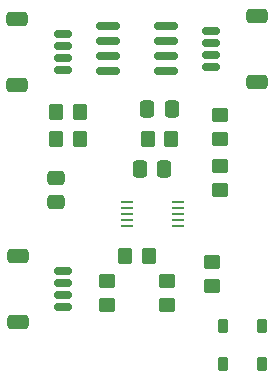
<source format=gbr>
%TF.GenerationSoftware,KiCad,Pcbnew,9.0.3*%
%TF.CreationDate,2026-01-02T19:57:45-06:00*%
%TF.ProjectId,IsolatedADSandVoltmeterPCB,49736f6c-6174-4656-9441-4453616e6456,rev?*%
%TF.SameCoordinates,Original*%
%TF.FileFunction,Paste,Top*%
%TF.FilePolarity,Positive*%
%FSLAX46Y46*%
G04 Gerber Fmt 4.6, Leading zero omitted, Abs format (unit mm)*
G04 Created by KiCad (PCBNEW 9.0.3) date 2026-01-02 19:57:45*
%MOMM*%
%LPD*%
G01*
G04 APERTURE LIST*
G04 Aperture macros list*
%AMRoundRect*
0 Rectangle with rounded corners*
0 $1 Rounding radius*
0 $2 $3 $4 $5 $6 $7 $8 $9 X,Y pos of 4 corners*
0 Add a 4 corners polygon primitive as box body*
4,1,4,$2,$3,$4,$5,$6,$7,$8,$9,$2,$3,0*
0 Add four circle primitives for the rounded corners*
1,1,$1+$1,$2,$3*
1,1,$1+$1,$4,$5*
1,1,$1+$1,$6,$7*
1,1,$1+$1,$8,$9*
0 Add four rect primitives between the rounded corners*
20,1,$1+$1,$2,$3,$4,$5,0*
20,1,$1+$1,$4,$5,$6,$7,0*
20,1,$1+$1,$6,$7,$8,$9,0*
20,1,$1+$1,$8,$9,$2,$3,0*%
G04 Aperture macros list end*
%ADD10RoundRect,0.250000X-0.350000X-0.450000X0.350000X-0.450000X0.350000X0.450000X-0.350000X0.450000X0*%
%ADD11RoundRect,0.250000X-0.450000X0.350000X-0.450000X-0.350000X0.450000X-0.350000X0.450000X0.350000X0*%
%ADD12RoundRect,0.225000X0.225000X0.375000X-0.225000X0.375000X-0.225000X-0.375000X0.225000X-0.375000X0*%
%ADD13R,1.100000X0.250000*%
%ADD14RoundRect,0.150000X-0.825000X-0.150000X0.825000X-0.150000X0.825000X0.150000X-0.825000X0.150000X0*%
%ADD15RoundRect,0.250000X0.350000X0.450000X-0.350000X0.450000X-0.350000X-0.450000X0.350000X-0.450000X0*%
%ADD16RoundRect,0.250000X-0.475000X0.337500X-0.475000X-0.337500X0.475000X-0.337500X0.475000X0.337500X0*%
%ADD17RoundRect,0.150000X0.625000X-0.150000X0.625000X0.150000X-0.625000X0.150000X-0.625000X-0.150000X0*%
%ADD18RoundRect,0.250000X0.650000X-0.350000X0.650000X0.350000X-0.650000X0.350000X-0.650000X-0.350000X0*%
%ADD19RoundRect,0.150000X-0.625000X0.150000X-0.625000X-0.150000X0.625000X-0.150000X0.625000X0.150000X0*%
%ADD20RoundRect,0.250000X-0.650000X0.350000X-0.650000X-0.350000X0.650000X-0.350000X0.650000X0.350000X0*%
%ADD21RoundRect,0.250000X0.450000X-0.350000X0.450000X0.350000X-0.450000X0.350000X-0.450000X-0.350000X0*%
%ADD22RoundRect,0.250000X-0.337500X-0.475000X0.337500X-0.475000X0.337500X0.475000X-0.337500X0.475000X0*%
%ADD23RoundRect,0.250000X0.337500X0.475000X-0.337500X0.475000X-0.337500X-0.475000X0.337500X-0.475000X0*%
%ADD24RoundRect,0.225000X-0.225000X-0.375000X0.225000X-0.375000X0.225000X0.375000X-0.225000X0.375000X0*%
G04 APERTURE END LIST*
D10*
%TO.C,R7*%
X138065000Y-53340000D03*
X140065000Y-53340000D03*
%TD*%
D11*
%TO.C,R12*%
X143510000Y-63770000D03*
X143510000Y-65770000D03*
%TD*%
D12*
%TO.C,D4*%
X147700000Y-72390000D03*
X144400000Y-72390000D03*
%TD*%
D13*
%TO.C,U3*%
X140580000Y-60690000D03*
X140580000Y-60190000D03*
X140580000Y-59690000D03*
X140580000Y-59190000D03*
X140580000Y-58690000D03*
X136280000Y-58690000D03*
X136280000Y-59190000D03*
X136280000Y-59690000D03*
X136280000Y-60190000D03*
X136280000Y-60690000D03*
%TD*%
D14*
%TO.C,U13*%
X134685000Y-43815000D03*
X134685000Y-45085000D03*
X134685000Y-46355000D03*
X134685000Y-47625000D03*
X139635000Y-47625000D03*
X139635000Y-46355000D03*
X139635000Y-45085000D03*
X139635000Y-43815000D03*
%TD*%
D15*
%TO.C,R24*%
X138160000Y-63230000D03*
X136160000Y-63230000D03*
%TD*%
D16*
%TO.C,C8*%
X130302000Y-56620500D03*
X130302000Y-58695500D03*
%TD*%
D17*
%TO.C,J4*%
X143415000Y-47220000D03*
X143415000Y-46220000D03*
X143415000Y-45220000D03*
X143415000Y-44220000D03*
D18*
X147290000Y-48520000D03*
X147290000Y-42920000D03*
%TD*%
D19*
%TO.C,J5*%
X130905000Y-64540000D03*
X130905000Y-65540000D03*
X130905000Y-66540000D03*
X130905000Y-67540000D03*
D20*
X127030000Y-63240000D03*
X127030000Y-68840000D03*
%TD*%
D21*
%TO.C,R18*%
X134620000Y-67405000D03*
X134620000Y-65405000D03*
%TD*%
D22*
%TO.C,C7*%
X138027500Y-50800000D03*
X140102500Y-50800000D03*
%TD*%
D19*
%TO.C,J3*%
X130875000Y-44480000D03*
X130875000Y-45480000D03*
X130875000Y-46480000D03*
X130875000Y-47480000D03*
D20*
X127000000Y-43180000D03*
X127000000Y-48780000D03*
%TD*%
D23*
%TO.C,C4*%
X139467500Y-55880000D03*
X137392500Y-55880000D03*
%TD*%
D21*
%TO.C,R17*%
X139700000Y-67405000D03*
X139700000Y-65405000D03*
%TD*%
D10*
%TO.C,R1*%
X130318000Y-53340000D03*
X132318000Y-53340000D03*
%TD*%
D11*
%TO.C,R6*%
X144145000Y-55642000D03*
X144145000Y-57642000D03*
%TD*%
D24*
%TO.C,D5*%
X144400000Y-69215000D03*
X147700000Y-69215000D03*
%TD*%
D11*
%TO.C,R5*%
X144145000Y-51340000D03*
X144145000Y-53340000D03*
%TD*%
D10*
%TO.C,R2*%
X130318000Y-51036000D03*
X132318000Y-51036000D03*
%TD*%
M02*

</source>
